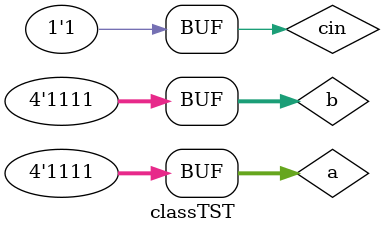
<source format=v>


module classTST;
 reg [3:0] a,b;
 reg cin;
 wire [3:0]sum;
 wire cout;
 
 carry_select_adder c( a,b,cin,sum,cout);
 initial begin
 a = 4'b0110 ; b=4'b1001; cin =0 ;
 #100 a = 4'b1100;  b=4'b0011;
 #100 a = 4'b1010; b = 4'b0101; cin = 1;
 #100 a = 4'b0000; b = 4'b1111; 
 #100 a = 4'b1011; b = 4'b1011; cin = 0;
 #100 a = 4'b0111 ; b =4'b1000;
 #100 a = 4'b1000 ; b = 4'b0111;cin =1;
 #200 a = 4'b1111 ; b = 4'b1111;
 end
 endmodule

</source>
